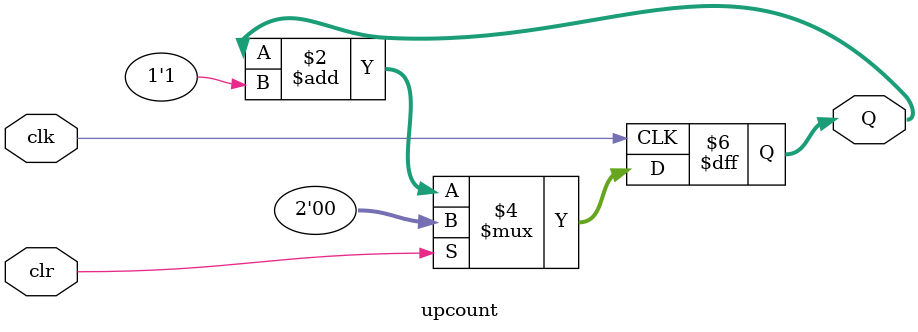
<source format=v>

module upcount(
	input 				clk,
	input 				clr,
	output reg [1:0] 	Q
);

    always @(posedge clk) begin
		if (clr)
			Q <= 0;
		else
			Q <= Q + 1'b1;
	end

endmodule
</source>
